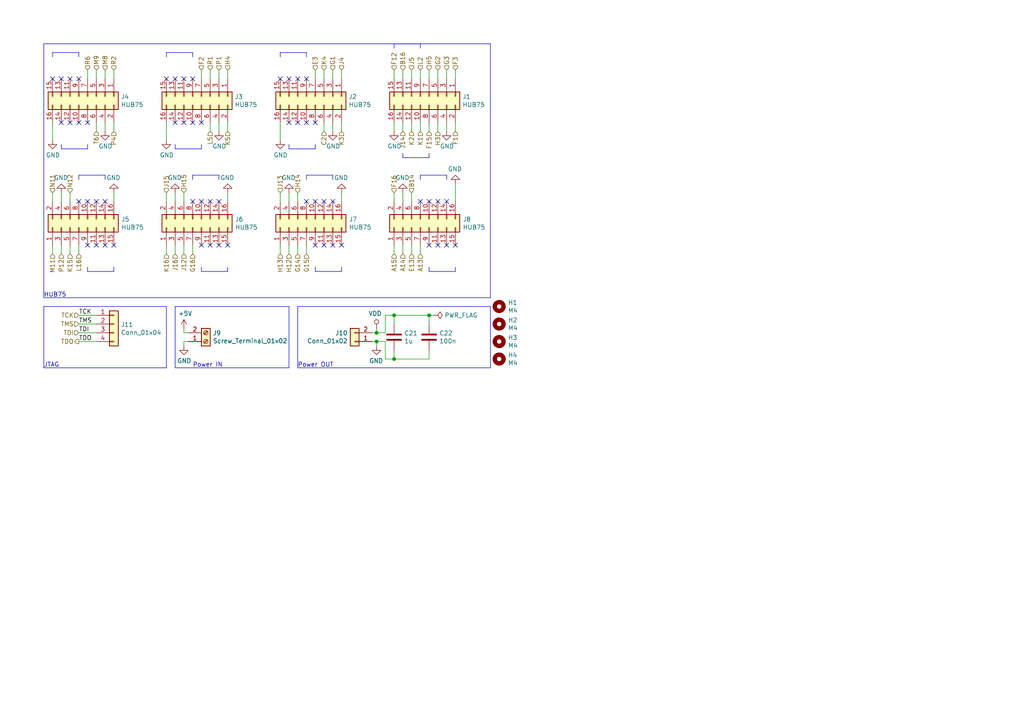
<source format=kicad_sch>
(kicad_sch (version 20200714) (host eeschema "(5.99.0-2360-g1790c536e)")
  (page 1 5)
  (paper "A4")
  (title_block (date "2020-08-29"))
  (lib_symbols
    (symbol "Connector:Screw_Terminal_01x02" (pin_names hide)
      (property "Reference" "J" (at 0 2.54 0))
      (property "Value" "Screw_Terminal_01x02" (at 0 -5.08 0))
      (symbol "Screw_Terminal_01x02_1_1"
        (circle (center 0 -2.54) (radius 0.635))
        (circle (center 0 0) (radius 0.635))
        (rectangle (start -1.27 1.27) (end 1.27 -3.81) (stroke (width 0.254)) (fill (type background)))
        (polyline (pts (xy -0.5334 -2.2098) (xy 0.3302 -3.048)))
        (polyline (pts (xy -0.5334 0.3302) (xy 0.3302 -0.508)))
        (polyline (pts (xy -0.3556 -2.032) (xy 0.508 -2.8702)))
        (polyline (pts (xy -0.3556 0.508) (xy 0.508 -0.3302)))
        (pin passive line (at -5.08 0 0) (length 3.81) (name "Pin_1") (number "1"))
        (pin passive line (at -5.08 -2.54 0) (length 3.81) (name "Pin_2") (number "2"))
      )
    )
    (symbol "Connector_Generic:Conn_01x02" (pin_names hide)
      (property "Reference" "J" (at 0 2.54 0))
      (property "Value" "Conn_01x02" (at 0 -5.08 0))
      (symbol "Conn_01x02_1_1"
        (rectangle (start -1.27 -2.413) (end 0 -2.667))
        (rectangle (start -1.27 0.127) (end 0 -0.127))
        (rectangle (start -1.27 1.27) (end 1.27 -3.81) (stroke (width 0.254)) (fill (type background)))
        (pin passive line (at -5.08 0 0) (length 3.81) (name "Pin_1") (number "1"))
        (pin passive line (at -5.08 -2.54 0) (length 3.81) (name "Pin_2") (number "2"))
      )
    )
    (symbol "Connector_Generic:Conn_01x04" (pin_names hide)
      (property "Reference" "J" (at 0 5.08 0))
      (property "Value" "Conn_01x04" (at 0 -7.62 0))
      (symbol "Conn_01x04_1_1"
        (rectangle (start -1.27 -4.953) (end 0 -5.207))
        (rectangle (start -1.27 -2.413) (end 0 -2.667))
        (rectangle (start -1.27 0.127) (end 0 -0.127))
        (rectangle (start -1.27 2.667) (end 0 2.413))
        (rectangle (start -1.27 3.81) (end 1.27 -6.35) (stroke (width 0.254)) (fill (type background)))
        (pin passive line (at -5.08 2.54 0) (length 3.81) (name "Pin_1") (number "1"))
        (pin passive line (at -5.08 0 0) (length 3.81) (name "Pin_2") (number "2"))
        (pin passive line (at -5.08 -2.54 0) (length 3.81) (name "Pin_3") (number "3"))
        (pin passive line (at -5.08 -5.08 0) (length 3.81) (name "Pin_4") (number "4"))
      )
    )
    (symbol "Connector_Generic:Conn_02x08_Odd_Even" (pin_names hide)
      (property "Reference" "J" (at 1.27 10.16 0))
      (property "Value" "Conn_02x08_Odd_Even" (at 1.27 -12.7 0))
      (symbol "Conn_02x08_Odd_Even_1_1"
        (rectangle (start -1.27 -10.033) (end 0 -10.287))
        (rectangle (start -1.27 -7.493) (end 0 -7.747))
        (rectangle (start -1.27 -4.953) (end 0 -5.207))
        (rectangle (start -1.27 -2.413) (end 0 -2.667))
        (rectangle (start -1.27 0.127) (end 0 -0.127))
        (rectangle (start -1.27 2.667) (end 0 2.413))
        (rectangle (start -1.27 5.207) (end 0 4.953))
        (rectangle (start -1.27 7.747) (end 0 7.493))
        (rectangle (start -1.27 8.89) (end 3.81 -11.43) (stroke (width 0.254)) (fill (type background)))
        (rectangle (start 3.81 -10.033) (end 2.54 -10.287))
        (rectangle (start 3.81 -7.493) (end 2.54 -7.747))
        (rectangle (start 3.81 -4.953) (end 2.54 -5.207))
        (rectangle (start 3.81 -2.413) (end 2.54 -2.667))
        (rectangle (start 3.81 0.127) (end 2.54 -0.127))
        (rectangle (start 3.81 2.667) (end 2.54 2.413))
        (rectangle (start 3.81 5.207) (end 2.54 4.953))
        (rectangle (start 3.81 7.747) (end 2.54 7.493))
        (pin passive line (at -5.08 7.62 0) (length 3.81) (name "Pin_1") (number "1"))
        (pin passive line (at 7.62 -2.54 180) (length 3.81) (name "Pin_10") (number "10"))
        (pin passive line (at -5.08 -5.08 0) (length 3.81) (name "Pin_11") (number "11"))
        (pin passive line (at 7.62 -5.08 180) (length 3.81) (name "Pin_12") (number "12"))
        (pin passive line (at -5.08 -7.62 0) (length 3.81) (name "Pin_13") (number "13"))
        (pin passive line (at 7.62 -7.62 180) (length 3.81) (name "Pin_14") (number "14"))
        (pin passive line (at -5.08 -10.16 0) (length 3.81) (name "Pin_15") (number "15"))
        (pin passive line (at 7.62 -10.16 180) (length 3.81) (name "Pin_16") (number "16"))
        (pin passive line (at 7.62 7.62 180) (length 3.81) (name "Pin_2") (number "2"))
        (pin passive line (at -5.08 5.08 0) (length 3.81) (name "Pin_3") (number "3"))
        (pin passive line (at 7.62 5.08 180) (length 3.81) (name "Pin_4") (number "4"))
        (pin passive line (at -5.08 2.54 0) (length 3.81) (name "Pin_5") (number "5"))
        (pin passive line (at 7.62 2.54 180) (length 3.81) (name "Pin_6") (number "6"))
        (pin passive line (at -5.08 0 0) (length 3.81) (name "Pin_7") (number "7"))
        (pin passive line (at 7.62 0 180) (length 3.81) (name "Pin_8") (number "8"))
        (pin passive line (at -5.08 -2.54 0) (length 3.81) (name "Pin_9") (number "9"))
      )
    )
    (symbol "Device:C" (pin_numbers hide) (pin_names (offset 0.254))
      (property "Reference" "C" (at 0.635 2.54 0))
      (property "Value" "C" (at 0.635 -2.54 0))
      (symbol "C_0_1"
        (polyline (pts (xy -2.032 -0.762) (xy 2.032 -0.762)) (stroke (width 0.508)))
        (polyline (pts (xy -2.032 0.762) (xy 2.032 0.762)) (stroke (width 0.508)))
      )
      (symbol "C_1_1"
        (pin passive line (at 0 3.81 270) (length 2.794) (name "~") (number "1"))
        (pin passive line (at 0 -3.81 90) (length 2.794) (name "~") (number "2"))
      )
    )
    (symbol "Mechanical:MountingHole"
      (property "Reference" "H" (at 0 5.08 0))
      (property "Value" "MountingHole" (at 0 3.175 0))
      (symbol "MountingHole_0_1"
        (circle (center 0 0) (radius 1.27) (stroke (width 1.27)))
      )
    )
    (symbol "power:+5V" (power) (pin_names (offset 0))
      (property "Value" "+5V" (at 0 3.556 0))
      (symbol "+5V_0_1"
        (polyline (pts (xy -0.762 1.27) (xy 0 2.54)))
        (polyline (pts (xy 0 0) (xy 0 2.54)))
        (polyline (pts (xy 0 2.54) (xy 0.762 1.27)))
      )
      (symbol "+5V_1_1"
        (pin power_in line (at 0 0 90) (length 0) hide (name "+5V") (number "1"))
      )
    )
    (symbol "power:GND" (power) (pin_names (offset 0))
      (property "Value" "GND" (at 0 -3.81 0))
      (symbol "GND_0_1"
        (polyline (pts (xy 0 0) (xy 0 -1.27) (xy 1.27 -1.27) (xy 0 -2.54) (xy -1.27 -1.27) (xy 0 -1.27)))
      )
      (symbol "GND_1_1"
        (pin power_in line (at 0 0 270) (length 0) hide (name "GND") (number "1"))
      )
    )
    (symbol "power:PWR_FLAG" (power) (pin_numbers hide) (pin_names (offset 0) hide)
      (property "Value" "PWR_FLAG" (at 0 3.81 0))
      (symbol "PWR_FLAG_0_1"
        (polyline (pts (xy 0 0) (xy 0 1.27) (xy -1.016 1.905) (xy 0 2.54) (xy 1.016 1.905) (xy 0 1.27)))
      )
      (symbol "PWR_FLAG_0_0"
        (pin power_out line (at 0 0 90) (length 0) (name "pwr") (number "1"))
      )
    )
    (symbol "power:VDD" (power) (pin_names (offset 0))
      (property "Value" "VDD" (at 0 3.81 0))
      (symbol "VDD_0_1"
        (circle (center 0 1.905) (radius 0.635))
        (polyline (pts (xy 0 0) (xy 0 1.27)))
      )
      (symbol "VDD_1_1"
        (pin power_in line (at 0 0 90) (length 0) hide (name "VDD") (number "1"))
      )
    )
  )
  (junction (at 109.22 96.52))
  (junction (at 109.22 99.06))
  (junction (at 114.3 91.44))
  (junction (at 114.3 104.14))
  (junction (at 124.46 91.44))
  (no_connect (at 93.98 58.42))
  (no_connect (at 86.36 35.56))
  (no_connect (at 53.34 22.86))
  (no_connect (at 93.98 71.12))
  (no_connect (at 58.42 35.56))
  (no_connect (at 27.94 71.12))
  (no_connect (at 127 71.12))
  (no_connect (at 50.8 22.86))
  (no_connect (at 60.96 71.12))
  (no_connect (at 30.48 58.42))
  (no_connect (at 99.06 71.12))
  (no_connect (at 48.26 22.86))
  (no_connect (at 124.46 58.42))
  (no_connect (at 121.92 58.42))
  (no_connect (at 25.4 71.12))
  (no_connect (at 88.9 35.56))
  (no_connect (at 20.32 35.56))
  (no_connect (at 20.32 22.86))
  (no_connect (at 96.52 58.42))
  (no_connect (at 55.88 22.86))
  (no_connect (at 83.82 35.56))
  (no_connect (at 50.8 35.56))
  (no_connect (at 25.4 35.56))
  (no_connect (at 127 58.42))
  (no_connect (at 96.52 71.12))
  (no_connect (at 132.08 71.12))
  (no_connect (at 88.9 22.86))
  (no_connect (at 55.88 58.42))
  (no_connect (at 22.86 58.42))
  (no_connect (at 58.42 58.42))
  (no_connect (at 30.48 71.12))
  (no_connect (at 129.54 71.12))
  (no_connect (at 129.54 58.42))
  (no_connect (at 27.94 58.42))
  (no_connect (at 86.36 22.86))
  (no_connect (at 25.4 58.42))
  (no_connect (at 58.42 71.12))
  (no_connect (at 91.44 35.56))
  (no_connect (at 91.44 58.42))
  (no_connect (at 124.46 71.12))
  (no_connect (at 66.04 71.12))
  (no_connect (at 81.28 22.86))
  (no_connect (at 63.5 71.12))
  (no_connect (at 17.78 22.86))
  (no_connect (at 17.78 35.56))
  (no_connect (at 91.44 71.12))
  (no_connect (at 83.82 22.86))
  (no_connect (at 53.34 35.56))
  (no_connect (at 22.86 35.56))
  (no_connect (at 88.9 58.42))
  (no_connect (at 63.5 58.42))
  (no_connect (at 15.24 22.86))
  (no_connect (at 22.86 22.86))
  (no_connect (at 60.96 58.42))
  (no_connect (at 55.88 35.56))
  (no_connect (at 33.02 71.12))
  (wire (pts (xy 15.24 35.56) (xy 15.24 40.64)))
  (wire (pts (xy 15.24 58.42) (xy 15.24 55.88)))
  (wire (pts (xy 15.24 73.66) (xy 15.24 71.12)))
  (wire (pts (xy 17.78 58.42) (xy 17.78 55.88)))
  (wire (pts (xy 17.78 73.66) (xy 17.78 71.12)))
  (wire (pts (xy 20.32 58.42) (xy 20.32 55.88)))
  (wire (pts (xy 20.32 73.66) (xy 20.32 71.12)))
  (wire (pts (xy 22.86 73.66) (xy 22.86 71.12)))
  (wire (pts (xy 22.86 91.44) (xy 27.94 91.44)))
  (wire (pts (xy 22.86 93.98) (xy 27.94 93.98)))
  (wire (pts (xy 22.86 96.52) (xy 27.94 96.52)))
  (wire (pts (xy 22.86 99.06) (xy 27.94 99.06)))
  (wire (pts (xy 25.4 20.32) (xy 25.4 22.86)))
  (wire (pts (xy 27.94 20.32) (xy 27.94 22.86)))
  (wire (pts (xy 27.94 35.56) (xy 27.94 38.1)))
  (wire (pts (xy 30.48 20.32) (xy 30.48 22.86)))
  (wire (pts (xy 30.48 35.56) (xy 30.48 38.1)))
  (wire (pts (xy 33.02 20.32) (xy 33.02 22.86)))
  (wire (pts (xy 33.02 35.56) (xy 33.02 38.1)))
  (wire (pts (xy 33.02 58.42) (xy 33.02 55.88)))
  (wire (pts (xy 48.26 35.56) (xy 48.26 40.64)))
  (wire (pts (xy 48.26 58.42) (xy 48.26 55.88)))
  (wire (pts (xy 48.26 73.66) (xy 48.26 71.12)))
  (wire (pts (xy 50.8 58.42) (xy 50.8 55.88)))
  (wire (pts (xy 50.8 73.66) (xy 50.8 71.12)))
  (wire (pts (xy 53.34 58.42) (xy 53.34 55.88)))
  (wire (pts (xy 53.34 73.66) (xy 53.34 71.12)))
  (wire (pts (xy 53.34 95.25) (xy 53.34 96.52)))
  (wire (pts (xy 53.34 96.52) (xy 54.61 96.52)))
  (wire (pts (xy 53.34 99.06) (xy 53.34 100.33)))
  (wire (pts (xy 53.34 99.06) (xy 54.61 99.06)))
  (wire (pts (xy 55.88 73.66) (xy 55.88 71.12)))
  (wire (pts (xy 58.42 20.32) (xy 58.42 22.86)))
  (wire (pts (xy 60.96 20.32) (xy 60.96 22.86)))
  (wire (pts (xy 60.96 35.56) (xy 60.96 38.1)))
  (wire (pts (xy 63.5 20.32) (xy 63.5 22.86)))
  (wire (pts (xy 63.5 35.56) (xy 63.5 38.1)))
  (wire (pts (xy 66.04 20.32) (xy 66.04 22.86)))
  (wire (pts (xy 66.04 35.56) (xy 66.04 38.1)))
  (wire (pts (xy 66.04 58.42) (xy 66.04 55.88)))
  (wire (pts (xy 81.28 35.56) (xy 81.28 40.64)))
  (wire (pts (xy 81.28 58.42) (xy 81.28 55.88)))
  (wire (pts (xy 81.28 73.66) (xy 81.28 71.12)))
  (wire (pts (xy 83.82 58.42) (xy 83.82 55.88)))
  (wire (pts (xy 83.82 73.66) (xy 83.82 71.12)))
  (wire (pts (xy 86.36 58.42) (xy 86.36 55.88)))
  (wire (pts (xy 86.36 73.66) (xy 86.36 71.12)))
  (wire (pts (xy 88.9 73.66) (xy 88.9 71.12)))
  (wire (pts (xy 91.44 20.32) (xy 91.44 22.86)))
  (wire (pts (xy 93.98 20.32) (xy 93.98 22.86)))
  (wire (pts (xy 93.98 35.56) (xy 93.98 38.1)))
  (wire (pts (xy 96.52 20.32) (xy 96.52 22.86)))
  (wire (pts (xy 96.52 35.56) (xy 96.52 38.1)))
  (wire (pts (xy 99.06 20.32) (xy 99.06 22.86)))
  (wire (pts (xy 99.06 35.56) (xy 99.06 38.1)))
  (wire (pts (xy 99.06 58.42) (xy 99.06 55.88)))
  (wire (pts (xy 107.95 99.06) (xy 109.22 99.06)))
  (wire (pts (xy 109.22 95.25) (xy 109.22 96.52)))
  (wire (pts (xy 109.22 96.52) (xy 107.95 96.52)))
  (wire (pts (xy 109.22 96.52) (xy 111.76 96.52)))
  (wire (pts (xy 109.22 99.06) (xy 109.22 100.33)))
  (wire (pts (xy 111.76 91.44) (xy 114.3 91.44)))
  (wire (pts (xy 111.76 96.52) (xy 111.76 91.44)))
  (wire (pts (xy 111.76 99.06) (xy 109.22 99.06)))
  (wire (pts (xy 111.76 104.14) (xy 111.76 99.06)))
  (wire (pts (xy 114.3 20.32) (xy 114.3 22.86)))
  (wire (pts (xy 114.3 35.56) (xy 114.3 38.1)))
  (wire (pts (xy 114.3 58.42) (xy 114.3 55.88)))
  (wire (pts (xy 114.3 73.66) (xy 114.3 71.12)))
  (wire (pts (xy 114.3 91.44) (xy 114.3 93.98)))
  (wire (pts (xy 114.3 91.44) (xy 124.46 91.44)))
  (wire (pts (xy 114.3 101.6) (xy 114.3 104.14)))
  (wire (pts (xy 114.3 104.14) (xy 111.76 104.14)))
  (wire (pts (xy 116.84 20.32) (xy 116.84 22.86)))
  (wire (pts (xy 116.84 35.56) (xy 116.84 38.1)))
  (wire (pts (xy 116.84 58.42) (xy 116.84 55.88)))
  (wire (pts (xy 116.84 73.66) (xy 116.84 71.12)))
  (wire (pts (xy 119.38 20.32) (xy 119.38 22.86)))
  (wire (pts (xy 119.38 35.56) (xy 119.38 38.1)))
  (wire (pts (xy 119.38 58.42) (xy 119.38 55.88)))
  (wire (pts (xy 119.38 73.66) (xy 119.38 71.12)))
  (wire (pts (xy 121.92 20.32) (xy 121.92 22.86)))
  (wire (pts (xy 121.92 35.56) (xy 121.92 38.1)))
  (wire (pts (xy 121.92 73.66) (xy 121.92 71.12)))
  (wire (pts (xy 124.46 20.32) (xy 124.46 22.86)))
  (wire (pts (xy 124.46 35.56) (xy 124.46 38.1)))
  (wire (pts (xy 124.46 91.44) (xy 124.46 93.98)))
  (wire (pts (xy 124.46 91.44) (xy 125.73 91.44)))
  (wire (pts (xy 124.46 101.6) (xy 124.46 104.14)))
  (wire (pts (xy 124.46 104.14) (xy 114.3 104.14)))
  (wire (pts (xy 127 20.32) (xy 127 22.86)))
  (wire (pts (xy 127 35.56) (xy 127 38.1)))
  (wire (pts (xy 129.54 20.32) (xy 129.54 22.86)))
  (wire (pts (xy 129.54 35.56) (xy 129.54 38.1)))
  (wire (pts (xy 132.08 20.32) (xy 132.08 22.86)))
  (wire (pts (xy 132.08 35.56) (xy 132.08 38.1)))
  (wire (pts (xy 132.08 58.42) (xy 132.08 53.34)))
  (polyline (pts (xy 12.7 12.7) (xy 12.7 86.36)) (stroke (width 0) (type solid)))
  (polyline (pts (xy 12.7 12.7) (xy 142.24 12.7)) (stroke (width 0) (type solid)))
  (polyline (pts (xy 12.7 86.36) (xy 142.24 86.36)) (stroke (width 0) (type solid)))
  (polyline (pts (xy 12.7 88.9) (xy 12.7 106.68)) (stroke (width 0) (type solid)))
  (polyline (pts (xy 12.7 88.9) (xy 48.26 88.9)) (stroke (width 0) (type solid)))
  (polyline (pts (xy 12.7 106.68) (xy 48.26 106.68)) (stroke (width 0) (type solid)))
  (polyline (pts (xy 15.24 15.24) (xy 22.86 15.24)) (stroke (width 0) (type solid)))
  (polyline (pts (xy 15.24 16.51) (xy 15.24 15.24)) (stroke (width 0) (type solid)))
  (polyline (pts (xy 17.78 41.91) (xy 17.78 43.18)) (stroke (width 0) (type solid)))
  (polyline (pts (xy 17.78 43.18) (xy 25.4 43.18)) (stroke (width 0) (type solid)))
  (polyline (pts (xy 22.86 15.24) (xy 22.86 16.51)) (stroke (width 0) (type solid)))
  (polyline (pts (xy 22.86 52.07) (xy 22.86 50.8)) (stroke (width 0) (type solid)))
  (polyline (pts (xy 25.4 41.91) (xy 25.4 43.18)) (stroke (width 0) (type solid)))
  (polyline (pts (xy 25.4 78.74) (xy 25.4 77.47)) (stroke (width 0) (type solid)))
  (polyline (pts (xy 30.48 50.8) (xy 22.86 50.8)) (stroke (width 0) (type solid)))
  (polyline (pts (xy 30.48 52.07) (xy 30.48 50.8)) (stroke (width 0) (type solid)))
  (polyline (pts (xy 33.02 77.47) (xy 33.02 78.74)) (stroke (width 0) (type solid)))
  (polyline (pts (xy 33.02 78.74) (xy 25.4 78.74)) (stroke (width 0) (type solid)))
  (polyline (pts (xy 48.26 15.24) (xy 55.88 15.24)) (stroke (width 0) (type solid)))
  (polyline (pts (xy 48.26 16.51) (xy 48.26 15.24)) (stroke (width 0) (type solid)))
  (polyline (pts (xy 48.26 106.68) (xy 48.26 88.9)) (stroke (width 0) (type solid)))
  (polyline (pts (xy 50.8 41.91) (xy 50.8 43.18)) (stroke (width 0) (type solid)))
  (polyline (pts (xy 50.8 43.18) (xy 58.42 43.18)) (stroke (width 0) (type solid)))
  (polyline (pts (xy 50.8 88.9) (xy 50.8 106.68)) (stroke (width 0) (type solid)))
  (polyline (pts (xy 50.8 88.9) (xy 83.82 88.9)) (stroke (width 0) (type solid)))
  (polyline (pts (xy 50.8 106.68) (xy 83.82 106.68)) (stroke (width 0) (type solid)))
  (polyline (pts (xy 55.88 15.24) (xy 55.88 16.51)) (stroke (width 0) (type solid)))
  (polyline (pts (xy 55.88 52.07) (xy 55.88 50.8)) (stroke (width 0) (type solid)))
  (polyline (pts (xy 58.42 41.91) (xy 58.42 43.18)) (stroke (width 0) (type solid)))
  (polyline (pts (xy 58.42 78.74) (xy 58.42 77.47)) (stroke (width 0) (type solid)))
  (polyline (pts (xy 63.5 50.8) (xy 55.88 50.8)) (stroke (width 0) (type solid)))
  (polyline (pts (xy 63.5 52.07) (xy 63.5 50.8)) (stroke (width 0) (type solid)))
  (polyline (pts (xy 66.04 77.47) (xy 66.04 78.74)) (stroke (width 0) (type solid)))
  (polyline (pts (xy 66.04 78.74) (xy 58.42 78.74)) (stroke (width 0) (type solid)))
  (polyline (pts (xy 81.28 15.24) (xy 88.9 15.24)) (stroke (width 0) (type solid)))
  (polyline (pts (xy 81.28 16.51) (xy 81.28 15.24)) (stroke (width 0) (type solid)))
  (polyline (pts (xy 83.82 41.91) (xy 83.82 43.18)) (stroke (width 0) (type solid)))
  (polyline (pts (xy 83.82 43.18) (xy 91.44 43.18)) (stroke (width 0) (type solid)))
  (polyline (pts (xy 83.82 106.68) (xy 83.82 88.9)) (stroke (width 0) (type solid)))
  (polyline (pts (xy 86.36 88.9) (xy 86.36 106.68)) (stroke (width 0) (type solid)))
  (polyline (pts (xy 86.36 88.9) (xy 142.24 88.9)) (stroke (width 0) (type solid)))
  (polyline (pts (xy 86.36 106.68) (xy 142.24 106.68)) (stroke (width 0) (type solid)))
  (polyline (pts (xy 88.9 15.24) (xy 88.9 16.51)) (stroke (width 0) (type solid)))
  (polyline (pts (xy 88.9 52.07) (xy 88.9 50.8)) (stroke (width 0) (type solid)))
  (polyline (pts (xy 91.44 41.91) (xy 91.44 43.18)) (stroke (width 0) (type solid)))
  (polyline (pts (xy 91.44 78.74) (xy 91.44 77.47)) (stroke (width 0) (type solid)))
  (polyline (pts (xy 96.52 50.8) (xy 88.9 50.8)) (stroke (width 0) (type solid)))
  (polyline (pts (xy 96.52 52.07) (xy 96.52 50.8)) (stroke (width 0) (type solid)))
  (polyline (pts (xy 99.06 77.47) (xy 99.06 78.74)) (stroke (width 0) (type solid)))
  (polyline (pts (xy 99.06 78.74) (xy 91.44 78.74)) (stroke (width 0) (type solid)))
  (polyline (pts (xy 114.3 12.7) (xy 121.92 12.7)) (stroke (width 0) (type solid)))
  (polyline (pts (xy 114.3 13.97) (xy 114.3 12.7)) (stroke (width 0) (type solid)))
  (polyline (pts (xy 116.84 44.45) (xy 116.84 45.72)) (stroke (width 0) (type solid)))
  (polyline (pts (xy 116.84 45.72) (xy 124.46 45.72)) (stroke (width 0) (type solid)))
  (polyline (pts (xy 121.92 12.7) (xy 121.92 13.97)) (stroke (width 0) (type solid)))
  (polyline (pts (xy 121.92 52.07) (xy 121.92 50.8)) (stroke (width 0) (type solid)))
  (polyline (pts (xy 124.46 44.45) (xy 124.46 45.72)) (stroke (width 0) (type solid)))
  (polyline (pts (xy 124.46 78.74) (xy 124.46 77.47)) (stroke (width 0) (type solid)))
  (polyline (pts (xy 129.54 50.8) (xy 121.92 50.8)) (stroke (width 0) (type solid)))
  (polyline (pts (xy 129.54 52.07) (xy 129.54 50.8)) (stroke (width 0) (type solid)))
  (polyline (pts (xy 132.08 77.47) (xy 132.08 78.74)) (stroke (width 0) (type solid)))
  (polyline (pts (xy 132.08 78.74) (xy 124.46 78.74)) (stroke (width 0) (type solid)))
  (polyline (pts (xy 142.24 86.36) (xy 142.24 12.7)) (stroke (width 0) (type solid)))
  (polyline (pts (xy 142.24 106.68) (xy 142.24 88.9)) (stroke (width 0) (type solid)))
  (text "HUB75" (at 12.7 86.36 0) (effects (font (size 1.27 1.27)) (justify left bottom)))
  (text "JTAG" (at 12.7 106.68 0) (effects (font (size 1.27 1.27)) (justify left bottom)))
  (text "Power IN" (at 55.88 106.68 0) (effects (font (size 1.27 1.27)) (justify left bottom)))
  (text "Power OUT" (at 86.36 106.68 0) (effects (font (size 1.27 1.27)) (justify left bottom)))
  (label "TCK" (at 22.86 91.44 0))
  (label "TMS" (at 22.86 93.98 0))
  (label "TDI" (at 22.86 96.52 0))
  (label "TDO" (at 22.86 99.06 0))
  (hierarchical_label "N11" (shape input) (at 15.24 55.88 90))
  (hierarchical_label "M11" (shape input) (at 15.24 73.66 270))
  (hierarchical_label "P12" (shape input) (at 17.78 73.66 270))
  (hierarchical_label "N12" (shape input) (at 20.32 55.88 90))
  (hierarchical_label "K15" (shape input) (at 20.32 73.66 270))
  (hierarchical_label "L16" (shape input) (at 22.86 73.66 270))
  (hierarchical_label "TCK" (shape input) (at 22.86 91.44 180))
  (hierarchical_label "TMS" (shape input) (at 22.86 93.98 180))
  (hierarchical_label "TDI" (shape input) (at 22.86 96.52 180))
  (hierarchical_label "TDO" (shape output) (at 22.86 99.06 180))
  (hierarchical_label "R6" (shape input) (at 25.4 20.32 90))
  (hierarchical_label "M9" (shape input) (at 27.94 20.32 90))
  (hierarchical_label "T6" (shape input) (at 27.94 38.1 270))
  (hierarchical_label "M8" (shape input) (at 30.48 20.32 90))
  (hierarchical_label "R2" (shape input) (at 33.02 20.32 90))
  (hierarchical_label "P4" (shape input) (at 33.02 38.1 270))
  (hierarchical_label "J15" (shape input) (at 48.26 55.88 90))
  (hierarchical_label "K16" (shape input) (at 48.26 73.66 270))
  (hierarchical_label "J16" (shape input) (at 50.8 73.66 270))
  (hierarchical_label "H15" (shape input) (at 53.34 55.88 90))
  (hierarchical_label "J12" (shape input) (at 53.34 73.66 270))
  (hierarchical_label "G16" (shape input) (at 55.88 73.66 270))
  (hierarchical_label "F2" (shape input) (at 58.42 20.32 90))
  (hierarchical_label "R1" (shape input) (at 60.96 20.32 90))
  (hierarchical_label "L5" (shape input) (at 60.96 38.1 270))
  (hierarchical_label "P1" (shape input) (at 63.5 20.32 90))
  (hierarchical_label "H4" (shape input) (at 66.04 20.32 90))
  (hierarchical_label "K5" (shape input) (at 66.04 38.1 270))
  (hierarchical_label "J13" (shape input) (at 81.28 55.88 90))
  (hierarchical_label "H13" (shape input) (at 81.28 73.66 270))
  (hierarchical_label "H12" (shape input) (at 83.82 73.66 270))
  (hierarchical_label "H14" (shape input) (at 86.36 55.88 90))
  (hierarchical_label "G14" (shape input) (at 86.36 73.66 270))
  (hierarchical_label "G15" (shape input) (at 88.9 73.66 270))
  (hierarchical_label "E3" (shape input) (at 91.44 20.32 90))
  (hierarchical_label "K4" (shape input) (at 93.98 20.32 90))
  (hierarchical_label "C2" (shape input) (at 93.98 38.1 270))
  (hierarchical_label "G1" (shape input) (at 96.52 20.32 90))
  (hierarchical_label "J4" (shape input) (at 99.06 20.32 90))
  (hierarchical_label "K3" (shape input) (at 99.06 38.1 270))
  (hierarchical_label "F12" (shape input) (at 114.3 20.32 90))
  (hierarchical_label "F16" (shape input) (at 114.3 55.88 90))
  (hierarchical_label "A15" (shape input) (at 114.3 73.66 270))
  (hierarchical_label "B16" (shape input) (at 116.84 20.32 90))
  (hierarchical_label "J14" (shape input) (at 116.84 38.1 270))
  (hierarchical_label "A14" (shape input) (at 116.84 73.66 270))
  (hierarchical_label "J5" (shape input) (at 119.38 20.32 90))
  (hierarchical_label "K2" (shape input) (at 119.38 38.1 270))
  (hierarchical_label "B14" (shape input) (at 119.38 55.88 90))
  (hierarchical_label "E13" (shape input) (at 119.38 73.66 270))
  (hierarchical_label "L2" (shape input) (at 121.92 20.32 90))
  (hierarchical_label "K1" (shape input) (at 121.92 38.1 270))
  (hierarchical_label "A13" (shape input) (at 121.92 73.66 270))
  (hierarchical_label "H5" (shape input) (at 124.46 20.32 90))
  (hierarchical_label "F15" (shape input) (at 124.46 38.1 270))
  (hierarchical_label "G2" (shape input) (at 127 20.32 90))
  (hierarchical_label "H3" (shape input) (at 127 38.1 270))
  (hierarchical_label "G3" (shape input) (at 129.54 20.32 90))
  (hierarchical_label "F3" (shape input) (at 132.08 20.32 90))
  (hierarchical_label "F1" (shape input) (at 132.08 38.1 270))
  (symbol (lib_id "power:PWR_FLAG") (at 125.73 91.44 270) (unit 1)
    (property "Reference" "#FLG0101" (effects hide))
    (property "Value" "PWR_FLAG" (at 128.9051 91.44 90) (effects (justify left)))
  )
  (symbol (lib_id "power:VDD") (at 109.22 95.25 0) (mirror y) (unit 1)
    (property "Reference" "#PWR0149" (effects hide))
    (property "Value" "VDD" (at 108.7882 90.9256 0))
  )
  (symbol (lib_id "power:+5V") (at 53.34 95.25 0) (unit 1)
    (property "Reference" "#PWR0189" (effects hide))
    (property "Value" "+5V" (at 53.7083 90.9256 0))
  )
  (symbol (lib_id "power:GND") (at 15.24 40.64 0) (unit 1)
    (property "Reference" "#PWR0184" (effects hide))
    (property "Value" "GND" (at 15.3543 44.9644 0))
  )
  (symbol (lib_id "power:GND") (at 17.78 55.88 180) (unit 1)
    (property "Reference" "#PWR0186" (effects hide))
    (property "Value" "GND" (at 17.6657 51.5556 0))
  )
  (symbol (lib_id "power:GND") (at 30.48 38.1 0) (unit 1)
    (property "Reference" "#PWR0187" (effects hide))
    (property "Value" "GND" (at 30.5943 42.4244 0))
  )
  (symbol (lib_id "power:GND") (at 33.02 55.88 180) (unit 1)
    (property "Reference" "#PWR0188" (effects hide))
    (property "Value" "GND" (at 32.9057 51.5556 0))
  )
  (symbol (lib_id "power:GND") (at 48.26 40.64 0) (unit 1)
    (property "Reference" "#PWR0182" (effects hide))
    (property "Value" "GND" (at 48.3743 44.9644 0))
  )
  (symbol (lib_id "power:GND") (at 50.8 55.88 180) (unit 1)
    (property "Reference" "#PWR0181" (effects hide))
    (property "Value" "GND" (at 50.6857 51.5556 0))
  )
  (symbol (lib_id "power:GND") (at 53.34 100.33 0) (unit 1)
    (property "Reference" "#PWR0183" (effects hide))
    (property "Value" "GND" (at 53.4543 104.6544 0))
  )
  (symbol (lib_id "power:GND") (at 63.5 38.1 0) (unit 1)
    (property "Reference" "#PWR0174" (effects hide))
    (property "Value" "GND" (at 63.6143 42.4244 0))
  )
  (symbol (lib_id "power:GND") (at 66.04 55.88 180) (unit 1)
    (property "Reference" "#PWR0173" (effects hide))
    (property "Value" "GND" (at 65.9257 51.5556 0))
  )
  (symbol (lib_id "power:GND") (at 81.28 40.64 0) (unit 1)
    (property "Reference" "#PWR0169" (effects hide))
    (property "Value" "GND" (at 81.3943 44.9644 0))
  )
  (symbol (lib_id "power:GND") (at 83.82 55.88 180) (unit 1)
    (property "Reference" "#PWR0152" (effects hide))
    (property "Value" "GND" (at 83.7057 51.5556 0))
  )
  (symbol (lib_id "power:GND") (at 96.52 38.1 0) (unit 1)
    (property "Reference" "#PWR0158" (effects hide))
    (property "Value" "GND" (at 96.6343 42.4244 0))
  )
  (symbol (lib_id "power:GND") (at 99.06 55.88 180) (unit 1)
    (property "Reference" "#PWR0153" (effects hide))
    (property "Value" "GND" (at 98.9457 51.5556 0))
  )
  (symbol (lib_id "power:GND") (at 109.22 100.33 0) (mirror y) (unit 1)
    (property "Reference" "#PWR0180" (effects hide))
    (property "Value" "GND" (at 109.1057 104.6544 0))
  )
  (symbol (lib_id "power:GND") (at 114.3 38.1 0) (unit 1)
    (property "Reference" "#PWR0165" (effects hide))
    (property "Value" "GND" (at 114.4143 42.4244 0))
  )
  (symbol (lib_id "power:GND") (at 116.84 55.88 180) (unit 1)
    (property "Reference" "#PWR0160" (effects hide))
    (property "Value" "GND" (at 116.7257 51.5556 0))
  )
  (symbol (lib_id "power:GND") (at 129.54 38.1 0) (unit 1)
    (property "Reference" "#PWR0159" (effects hide))
    (property "Value" "GND" (at 129.6543 42.4244 0))
  )
  (symbol (lib_id "power:GND") (at 132.08 53.34 180) (unit 1)
    (property "Reference" "#PWR0166" (effects hide))
    (property "Value" "GND" (at 131.9657 49.0156 0))
  )
  (symbol (lib_id "Mechanical:MountingHole") (at 144.78 88.9 0) (unit 1)
    (property "Reference" "H1" (at 147.3201 87.7506 0) (effects (justify left)))
    (property "Value" "M4" (at 147.32 90.049 0) (effects (justify left)))
    (property "Footprint" "MountingHole:MountingHole_4.3mm_M4_ISO7380_Pad" (effects hide))
  )
  (symbol (lib_id "Mechanical:MountingHole") (at 144.78 93.98 0) (unit 1)
    (property "Reference" "H2" (at 147.3201 92.8306 0) (effects (justify left)))
    (property "Value" "M4" (at 147.32 95.129 0) (effects (justify left)))
    (property "Footprint" "MountingHole:MountingHole_4.3mm_M4_ISO7380_Pad" (effects hide))
  )
  (symbol (lib_id "Mechanical:MountingHole") (at 144.78 99.06 0) (unit 1)
    (property "Reference" "H3" (at 147.3201 97.9106 0) (effects (justify left)))
    (property "Value" "M4" (at 147.32 100.209 0) (effects (justify left)))
    (property "Footprint" "MountingHole:MountingHole_4.3mm_M4_ISO7380_Pad" (effects hide))
  )
  (symbol (lib_id "Mechanical:MountingHole") (at 144.78 104.14 0) (unit 1)
    (property "Reference" "H4" (at 147.3201 102.9906 0) (effects (justify left)))
    (property "Value" "M4" (at 147.32 105.289 0) (effects (justify left)))
    (property "Footprint" "MountingHole:MountingHole_4.3mm_M4_ISO7380_Pad" (effects hide))
  )
  (symbol (lib_id "Connector:Screw_Terminal_01x02") (at 59.69 99.06 0) (mirror x) (unit 1)
    (property "Reference" "J9" (at 61.7221 96.5898 0) (effects (justify left)))
    (property "Value" "Screw_Terminal_01x02" (at 61.7221 98.8885 0) (effects (justify left)))
    (property "Footprint" "Connector_Wire:SolderWirePad_1x02_P7.62mm_Drill2mm" (effects hide))
  )
  (symbol (lib_id "Connector_Generic:Conn_01x02") (at 102.87 99.06 180) (unit 1)
    (property "Reference" "J10" (at 100.8379 96.5898 0) (effects (justify left)))
    (property "Value" "Conn_01x02" (at 100.8379 98.8885 0) (effects (justify left)))
    (property "Footprint" "Connector_PinHeader_2.54mm:PinHeader_1x02_P2.54mm_Vertical" (effects hide))
  )
  (symbol (lib_id "Device:C") (at 114.3 97.79 0) (mirror x) (unit 1)
    (property "Reference" "C21" (at 117.221 96.641 0) (effects (justify left)))
    (property "Value" "1u" (at 117.2211 98.9393 0) (effects (justify left)))
    (property "Footprint" "Capacitor_SMD:C_0603_1608Metric_Icon" (effects hide))
  )
  (symbol (lib_id "Device:C") (at 124.46 97.79 0) (mirror x) (unit 1)
    (property "Reference" "C22" (at 127.381 96.641 0) (effects (justify left)))
    (property "Value" "100n" (at 127.3811 98.9393 0) (effects (justify left)))
    (property "Footprint" "Capacitor_SMD:C_0603_1608Metric_Icon" (effects hide))
  )
  (symbol (lib_id "Connector_Generic:Conn_01x04") (at 33.02 93.98 0) (unit 1)
    (property "Reference" "J11" (at 35.0521 94.1514 0) (effects (justify left)))
    (property "Value" "Conn_01x04" (at 35.0521 96.4501 0) (effects (justify left)))
    (property "Footprint" "Connector_PinHeader_2.54mm:PinHeader_1x04_P2.54mm_Vertical" (effects hide))
  )
  (symbol (lib_id "Connector_Generic:Conn_02x08_Odd_Even") (at 22.86 66.04 90) (unit 1)
    (property "Reference" "J5" (at 35.1537 63.6206 90) (effects (justify right)))
    (property "Value" "HUB75" (at 35.154 65.919 90) (effects (justify right)))
    (property "Footprint" "Connector_PinSocket_2.54mm:PinSocket_2x08_P2.54mm_Vertical" (effects hide))
  )
  (symbol (lib_id "Connector_Generic:Conn_02x08_Odd_Even") (at 25.4 27.94 270) (unit 1)
    (property "Reference" "J4" (at 35.0521 28.0606 90) (effects (justify left)))
    (property "Value" "HUB75" (at 35.052 30.359 90) (effects (justify left)))
    (property "Footprint" "Connector_PinSocket_2.54mm:PinSocket_2x08_P2.54mm_Vertical" (effects hide))
  )
  (symbol (lib_id "Connector_Generic:Conn_02x08_Odd_Even") (at 55.88 66.04 90) (unit 1)
    (property "Reference" "J6" (at 68.1737 63.6206 90) (effects (justify right)))
    (property "Value" "HUB75" (at 68.174 65.919 90) (effects (justify right)))
    (property "Footprint" "Connector_PinSocket_2.54mm:PinSocket_2x08_P2.54mm_Vertical" (effects hide))
  )
  (symbol (lib_id "Connector_Generic:Conn_02x08_Odd_Even") (at 58.42 27.94 270) (unit 1)
    (property "Reference" "J3" (at 68.0721 28.0606 90) (effects (justify left)))
    (property "Value" "HUB75" (at 68.072 30.359 90) (effects (justify left)))
    (property "Footprint" "Connector_PinSocket_2.54mm:PinSocket_2x08_P2.54mm_Vertical" (effects hide))
  )
  (symbol (lib_id "Connector_Generic:Conn_02x08_Odd_Even") (at 88.9 66.04 90) (unit 1)
    (property "Reference" "J7" (at 101.1937 63.6206 90) (effects (justify right)))
    (property "Value" "HUB75" (at 101.194 65.919 90) (effects (justify right)))
    (property "Footprint" "Connector_PinSocket_2.54mm:PinSocket_2x08_P2.54mm_Vertical" (effects hide))
  )
  (symbol (lib_id "Connector_Generic:Conn_02x08_Odd_Even") (at 91.44 27.94 270) (unit 1)
    (property "Reference" "J2" (at 101.0921 28.0606 90) (effects (justify left)))
    (property "Value" "HUB75" (at 101.092 30.359 90) (effects (justify left)))
    (property "Footprint" "Connector_PinSocket_2.54mm:PinSocket_2x08_P2.54mm_Vertical" (effects hide))
  )
  (symbol (lib_id "Connector_Generic:Conn_02x08_Odd_Even") (at 121.92 66.04 90) (unit 1)
    (property "Reference" "J8" (at 134.2137 63.6206 90) (effects (justify right)))
    (property "Value" "HUB75" (at 134.214 65.919 90) (effects (justify right)))
    (property "Footprint" "Connector_PinSocket_2.54mm:PinSocket_2x08_P2.54mm_Vertical" (effects hide))
  )
  (symbol (lib_id "Connector_Generic:Conn_02x08_Odd_Even") (at 124.46 27.94 270) (unit 1)
    (property "Reference" "J1" (at 134.1121 28.0606 90) (effects (justify left)))
    (property "Value" "HUB75" (at 134.112 30.359 90) (effects (justify left)))
    (property "Footprint" "Connector_PinSocket_2.54mm:PinSocket_2x08_P2.54mm_Vertical" (effects hide))
  )
)
</source>
